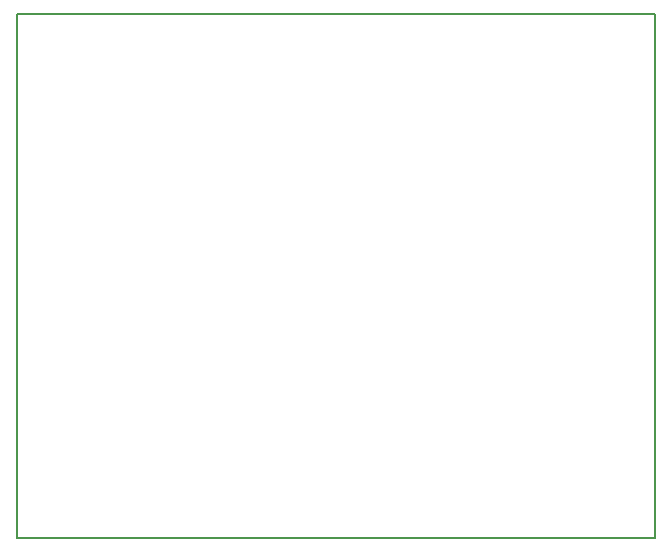
<source format=gbr>
%TF.GenerationSoftware,KiCad,Pcbnew,8.0.3*%
%TF.CreationDate,2024-07-26T12:19:11-07:00*%
%TF.ProjectId,A6214 Test Board,41363231-3420-4546-9573-7420426f6172,rev?*%
%TF.SameCoordinates,Original*%
%TF.FileFunction,Profile,NP*%
%FSLAX46Y46*%
G04 Gerber Fmt 4.6, Leading zero omitted, Abs format (unit mm)*
G04 Created by KiCad (PCBNEW 8.0.3) date 2024-07-26 12:19:11*
%MOMM*%
%LPD*%
G01*
G04 APERTURE LIST*
%TA.AperFunction,Profile*%
%ADD10C,0.200000*%
%TD*%
G04 APERTURE END LIST*
D10*
X126085000Y-74840000D02*
X180100000Y-74840000D01*
X180100000Y-119145000D01*
X126085000Y-119145000D01*
X126085000Y-74840000D01*
M02*

</source>
